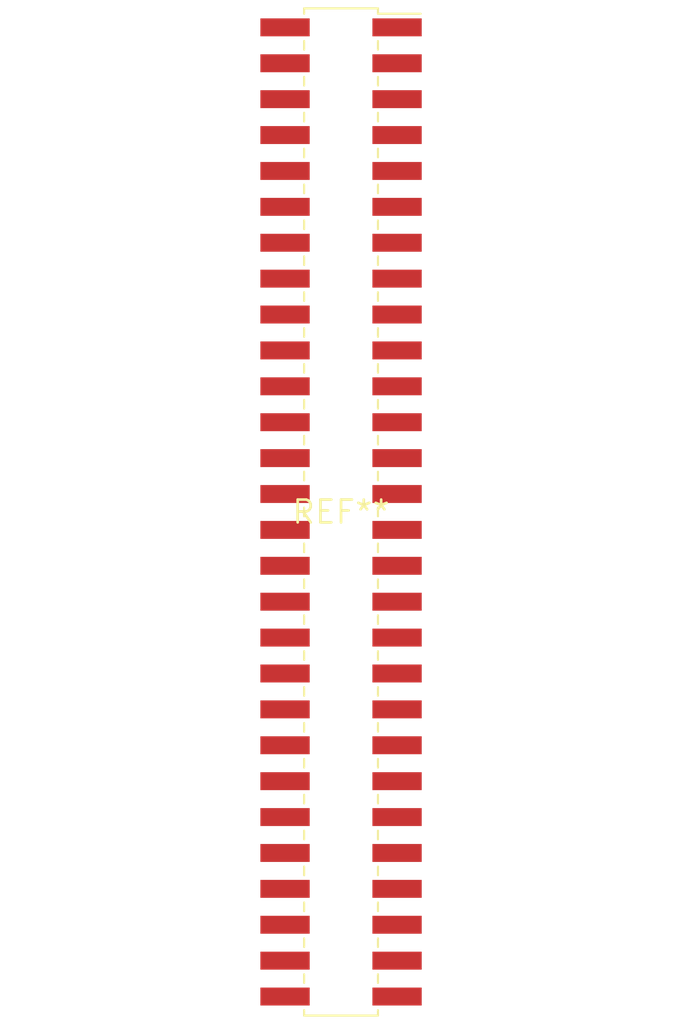
<source format=kicad_pcb>
(kicad_pcb (version 20240108) (generator pcbnew)
  (layers (0 "F.Cu" signal) (31 "B.Cu" signal) (34 "B.Paste" user) (35 "F.Paste" user) (36 "B.SilkS" user "B.Silkscreen") (37 "F.SilkS" user "F.Silkscreen") (38 "B.Mask" user) (39 "F.Mask" user) (44 "Edge.Cuts" user))
  (net 0 "")
  (footprint "PinSocket_2x28_P2.00mm_Vertical_SMD" (layer "F.Cu") (at 0 0)
    (property "Reference" "REF**")
    (property "Value" "PinSocket_2x28_P2.00mm_Vertical_SMD")
    (fp_line (start -2.06 -28.06) (end -2.06 -27.76) (layer "F.SilkS") (stroke (width 0.12)))
    (fp_line (start -2.06 -28.06) (end 2.06 -28.06) (layer "F.SilkS") (stroke (width 0.12)))
    (fp_line (start -2.06 -26.24) (end -2.06 -25.76) (layer "F.SilkS") (stroke (width 0.12)))
    (fp_line (start -2.06 -24.24) (end -2.06 -23.76) (layer "F.SilkS") (stroke (width 0.12)))
    (fp_line (start -2.06 -22.24) (end -2.06 -21.76) (layer "F.SilkS") (stroke (width 0.12)))
    (fp_line (start -2.06 -20.24) (end -2.06 -19.76) (layer "F.SilkS") (stroke (width 0.12)))
    (fp_line (start -2.06 -18.24) (end -2.06 -17.76) (layer "F.SilkS") (stroke (width 0.12)))
    (fp_line (start -2.06 -16.24) (end -2.06 -15.76) (layer "F.SilkS") (stroke (width 0.12)))
    (fp_line (start -2.06 -14.24) (end -2.06 -13.76) (layer "F.SilkS") (stroke (width 0.12)))
    (fp_line (start -2.06 -12.24) (end -2.06 -11.76) (layer "F.SilkS") (stroke (width 0.12)))
    (fp_line (start -2.06 -10.24) (end -2.06 -9.76) (layer "F.SilkS") (stroke (width 0.12)))
    (fp_line (start -2.06 -8.24) (end -2.06 -7.76) (layer "F.SilkS") (stroke (width 0.12)))
    (fp_line (start -2.06 -6.24) (end -2.06 -5.76) (layer "F.SilkS") (stroke (width 0.12)))
    (fp_line (start -2.06 -4.24) (end -2.06 -3.76) (layer "F.SilkS") (stroke (width 0.12)))
    (fp_line (start -2.06 -2.24) (end -2.06 -1.76) (layer "F.SilkS") (stroke (width 0.12)))
    (fp_line (start -2.06 -0.24) (end -2.06 0.24) (layer "F.SilkS") (stroke (width 0.12)))
    (fp_line (start -2.06 1.76) (end -2.06 2.24) (layer "F.SilkS") (stroke (width 0.12)))
    (fp_line (start -2.06 3.76) (end -2.06 4.24) (layer "F.SilkS") (stroke (width 0.12)))
    (fp_line (start -2.06 5.76) (end -2.06 6.24) (layer "F.SilkS") (stroke (width 0.12)))
    (fp_line (start -2.06 7.76) (end -2.06 8.24) (layer "F.SilkS") (stroke (width 0.12)))
    (fp_line (start -2.06 9.76) (end -2.06 10.24) (layer "F.SilkS") (stroke (width 0.12)))
    (fp_line (start -2.06 11.76) (end -2.06 12.24) (layer "F.SilkS") (stroke (width 0.12)))
    (fp_line (start -2.06 13.76) (end -2.06 14.24) (layer "F.SilkS") (stroke (width 0.12)))
    (fp_line (start -2.06 15.76) (end -2.06 16.24) (layer "F.SilkS") (stroke (width 0.12)))
    (fp_line (start -2.06 17.76) (end -2.06 18.24) (layer "F.SilkS") (stroke (width 0.12)))
    (fp_line (start -2.06 19.76) (end -2.06 20.24) (layer "F.SilkS") (stroke (width 0.12)))
    (fp_line (start -2.06 21.76) (end -2.06 22.24) (layer "F.SilkS") (stroke (width 0.12)))
    (fp_line (start -2.06 23.76) (end -2.06 24.24) (layer "F.SilkS") (stroke (width 0.12)))
    (fp_line (start -2.06 25.76) (end -2.06 26.24) (layer "F.SilkS") (stroke (width 0.12)))
    (fp_line (start -2.06 27.76) (end -2.06 28.06) (layer "F.SilkS") (stroke (width 0.12)))
    (fp_line (start -2.06 28.06) (end 2.06 28.06) (layer "F.SilkS") (stroke (width 0.12)))
    (fp_line (start 2.06 -28.06) (end 2.06 -27.76) (layer "F.SilkS") (stroke (width 0.12)))
    (fp_line (start 2.06 -27.76) (end 4.44 -27.76) (layer "F.SilkS") (stroke (width 0.12)))
    (fp_line (start 2.06 -26.24) (end 2.06 -25.76) (layer "F.SilkS") (stroke (width 0.12)))
    (fp_line (start 2.06 -24.24) (end 2.06 -23.76) (layer "F.SilkS") (stroke (width 0.12)))
    (fp_line (start 2.06 -22.24) (end 2.06 -21.76) (layer "F.SilkS") (stroke (width 0.12)))
    (fp_line (start 2.06 -20.24) (end 2.06 -19.76) (layer "F.SilkS") (stroke (width 0.12)))
    (fp_line (start 2.06 -18.24) (end 2.06 -17.76) (layer "F.SilkS") (stroke (width 0.12)))
    (fp_line (start 2.06 -16.24) (end 2.06 -15.76) (layer "F.SilkS") (stroke (width 0.12)))
    (fp_line (start 2.06 -14.24) (end 2.06 -13.76) (layer "F.SilkS") (stroke (width 0.12)))
    (fp_line (start 2.06 -12.24) (end 2.06 -11.76) (layer "F.SilkS") (stroke (width 0.12)))
    (fp_line (start 2.06 -10.24) (end 2.06 -9.76) (layer "F.SilkS") (stroke (width 0.12)))
    (fp_line (start 2.06 -8.24) (end 2.06 -7.76) (layer "F.SilkS") (stroke (width 0.12)))
    (fp_line (start 2.06 -6.24) (end 2.06 -5.76) (layer "F.SilkS") (stroke (width 0.12)))
    (fp_line (start 2.06 -4.24) (end 2.06 -3.76) (layer "F.SilkS") (stroke (width 0.12)))
    (fp_line (start 2.06 -2.24) (end 2.06 -1.76) (layer "F.SilkS") (stroke (width 0.12)))
    (fp_line (start 2.06 -0.24) (end 2.06 0.24) (layer "F.SilkS") (stroke (width 0.12)))
    (fp_line (start 2.06 1.76) (end 2.06 2.24) (layer "F.SilkS") (stroke (width 0.12)))
    (fp_line (start 2.06 3.76) (end 2.06 4.24) (layer "F.SilkS") (stroke (width 0.12)))
    (fp_line (start 2.06 5.76) (end 2.06 6.24) (layer "F.SilkS") (stroke (width 0.12)))
    (fp_line (start 2.06 7.76) (end 2.06 8.24) (layer "F.SilkS") (stroke (width 0.12)))
    (fp_line (start 2.06 9.76) (end 2.06 10.24) (layer "F.SilkS") (stroke (width 0.12)))
    (fp_line (start 2.06 11.76) (end 2.06 12.24) (layer "F.SilkS") (stroke (width 0.12)))
    (fp_line (start 2.06 13.76) (end 2.06 14.24) (layer "F.SilkS") (stroke (width 0.12)))
    (fp_line (start 2.06 15.76) (end 2.06 16.24) (layer "F.SilkS") (stroke (width 0.12)))
    (fp_line (start 2.06 17.76) (end 2.06 18.24) (layer "F.SilkS") (stroke (width 0.12)))
    (fp_line (start 2.06 19.76) (end 2.06 20.24) (layer "F.SilkS") (stroke (width 0.12)))
    (fp_line (start 2.06 21.76) (end 2.06 22.24) (layer "F.SilkS") (stroke (width 0.12)))
    (fp_line (start 2.06 23.76) (end 2.06 24.24) (layer "F.SilkS") (stroke (width 0.12)))
    (fp_line (start 2.06 25.76) (end 2.06 26.24) (layer "F.SilkS") (stroke (width 0.12)))
    (fp_line (start 2.06 27.76) (end 2.06 28.06) (layer "F.SilkS") (stroke (width 0.12)))
    (pad "1" smd rect (at 3.125 -27) (size 2.75 1) (layers "F.Cu" "F.Paste" "F.Mask"))
    (pad "2" smd rect (at -3.125 -27) (size 2.75 1) (layers "F.Cu" "F.Paste" "F.Mask"))
    (pad "3" smd rect (at 3.125 -25) (size 2.75 1) (layers "F.Cu" "F.Paste" "F.Mask"))
    (pad "4" smd rect (at -3.125 -25) (size 2.75 1) (layers "F.Cu" "F.Paste" "F.Mask"))
    (pad "5" smd rect (at 3.125 -23) (size 2.75 1) (layers "F.Cu" "F.Paste" "F.Mask"))
    (pad "6" smd rect (at -3.125 -23) (size 2.75 1) (layers "F.Cu" "F.Paste" "F.Mask"))
    (pad "7" smd rect (at 3.125 -21) (size 2.75 1) (layers "F.Cu" "F.Paste" "F.Mask"))
    (pad "8" smd rect (at -3.125 -21) (size 2.75 1) (layers "F.Cu" "F.Paste" "F.Mask"))
    (pad "9" smd rect (at 3.125 -19) (size 2.75 1) (layers "F.Cu" "F.Paste" "F.Mask"))
    (pad "10" smd rect (at -3.125 -19) (size 2.75 1) (layers "F.Cu" "F.Paste" "F.Mask"))
    (pad "11" smd rect (at 3.125 -17) (size 2.75 1) (layers "F.Cu" "F.Paste" "F.Mask"))
    (pad "12" smd rect (at -3.125 -17) (size 2.75 1) (layers "F.Cu" "F.Paste" "F.Mask"))
    (pad "13" smd rect (at 3.125 -15) (size 2.75 1) (layers "F.Cu" "F.Paste" "F.Mask"))
    (pad "14" smd rect (at -3.125 -15) (size 2.75 1) (layers "F.Cu" "F.Paste" "F.Mask"))
    (pad "15" smd rect (at 3.125 -13) (size 2.75 1) (layers "F.Cu" "F.Paste" "F.Mask"))
    (pad "16" smd rect (at -3.125 -13) (size 2.75 1) (layers "F.Cu" "F.Paste" "F.Mask"))
    (pad "17" smd rect (at 3.125 -11) (size 2.75 1) (layers "F.Cu" "F.Paste" "F.Mask"))
    (pad "18" smd rect (at -3.125 -11) (size 2.75 1) (layers "F.Cu" "F.Paste" "F.Mask"))
    (pad "19" smd rect (at 3.125 -9) (size 2.75 1) (layers "F.Cu" "F.Paste" "F.Mask"))
    (pad "20" smd rect (at -3.125 -9) (size 2.75 1) (layers "F.Cu" "F.Paste" "F.Mask"))
    (pad "21" smd rect (at 3.125 -7) (size 2.75 1) (layers "F.Cu" "F.Paste" "F.Mask"))
    (pad "22" smd rect (at -3.125 -7) (size 2.75 1) (layers "F.Cu" "F.Paste" "F.Mask"))
    (pad "23" smd rect (at 3.125 -5) (size 2.75 1) (layers "F.Cu" "F.Paste" "F.Mask"))
    (pad "24" smd rect (at -3.125 -5) (size 2.75 1) (layers "F.Cu" "F.Paste" "F.Mask"))
    (pad "25" smd rect (at 3.125 -3) (size 2.75 1) (layers "F.Cu" "F.Paste" "F.Mask"))
    (pad "26" smd rect (at -3.125 -3) (size 2.75 1) (layers "F.Cu" "F.Paste" "F.Mask"))
    (pad "27" smd rect (at 3.125 -1) (size 2.75 1) (layers "F.Cu" "F.Paste" "F.Mask"))
    (pad "28" smd rect (at -3.125 -1) (size 2.75 1) (layers "F.Cu" "F.Paste" "F.Mask"))
    (pad "29" smd rect (at 3.125 1) (size 2.75 1) (layers "F.Cu" "F.Paste" "F.Mask"))
    (pad "30" smd rect (at -3.125 1) (size 2.75 1) (layers "F.Cu" "F.Paste" "F.Mask"))
    (pad "31" smd rect (at 3.125 3) (size 2.75 1) (layers "F.Cu" "F.Paste" "F.Mask"))
    (pad "32" smd rect (at -3.125 3) (size 2.75 1) (layers "F.Cu" "F.Paste" "F.Mask"))
    (pad "33" smd rect (at 3.125 5) (size 2.75 1) (layers "F.Cu" "F.Paste" "F.Mask"))
    (pad "34" smd rect (at -3.125 5) (size 2.75 1) (layers "F.Cu" "F.Paste" "F.Mask"))
    (pad "35" smd rect (at 3.125 7) (size 2.75 1) (layers "F.Cu" "F.Paste" "F.Mask"))
    (pad "36" smd rect (at -3.125 7) (size 2.75 1) (layers "F.Cu" "F.Paste" "F.Mask"))
    (pad "37" smd rect (at 3.125 9) (size 2.75 1) (layers "F.Cu" "F.Paste" "F.Mask"))
    (pad "38" smd rect (at -3.125 9) (size 2.75 1) (layers "F.Cu" "F.Paste" "F.Mask"))
    (pad "39" smd rect (at 3.125 11) (size 2.75 1) (layers "F.Cu" "F.Paste" "F.Mask"))
    (pad "40" smd rect (at -3.125 11) (size 2.75 1) (layers "F.Cu" "F.Paste" "F.Mask"))
    (pad "41" smd rect (at 3.125 13) (size 2.75 1) (layers "F.Cu" "F.Paste" "F.Mask"))
    (pad "42" smd rect (at -3.125 13) (size 2.75 1) (layers "F.Cu" "F.Paste" "F.Mask"))
    (pad "43" smd rect (at 3.125 15) (size 2.75 1) (layers "F.Cu" "F.Paste" "F.Mask"))
    (pad "44" smd rect (at -3.125 15) (size 2.75 1) (layers "F.Cu" "F.Paste" "F.Mask"))
    (pad "45" smd rect (at 3.125 17) (size 2.75 1) (layers "F.Cu" "F.Paste" "F.Mask"))
    (pad "46" smd rect (at -3.125 17) (size 2.75 1) (layers "F.Cu" "F.Paste" "F.Mask"))
    (pad "47" smd rect (at 3.125 19) (size 2.75 1) (layers "F.Cu" "F.Paste" "F.Mask"))
    (pad "48" smd rect (at -3.125 19) (size 2.75 1) (layers "F.Cu" "F.Paste" "F.Mask"))
    (pad "49" smd rect (at 3.125 21) (size 2.75 1) (layers "F.Cu" "F.Paste" "F.Mask"))
    (pad "50" smd rect (at -3.125 21) (size 2.75 1) (layers "F.Cu" "F.Paste" "F.Mask"))
    (pad "51" smd rect (at 3.125 23) (size 2.75 1) (layers "F.Cu" "F.Paste" "F.Mask"))
    (pad "52" smd rect (at -3.125 23) (size 2.75 1) (layers "F.Cu" "F.Paste" "F.Mask"))
    (pad "53" smd rect (at 3.125 25) (size 2.75 1) (layers "F.Cu" "F.Paste" "F.Mask"))
    (pad "54" smd rect (at -3.125 25) (size 2.75 1) (layers "F.Cu" "F.Paste" "F.Mask"))
    (pad "55" smd rect (at 3.125 27) (size 2.75 1) (layers "F.Cu" "F.Paste" "F.Mask"))
    (pad "56" smd rect (at -3.125 27) (size 2.75 1) (layers "F.Cu" "F.Paste" "F.Mask"))
  )
)
</source>
